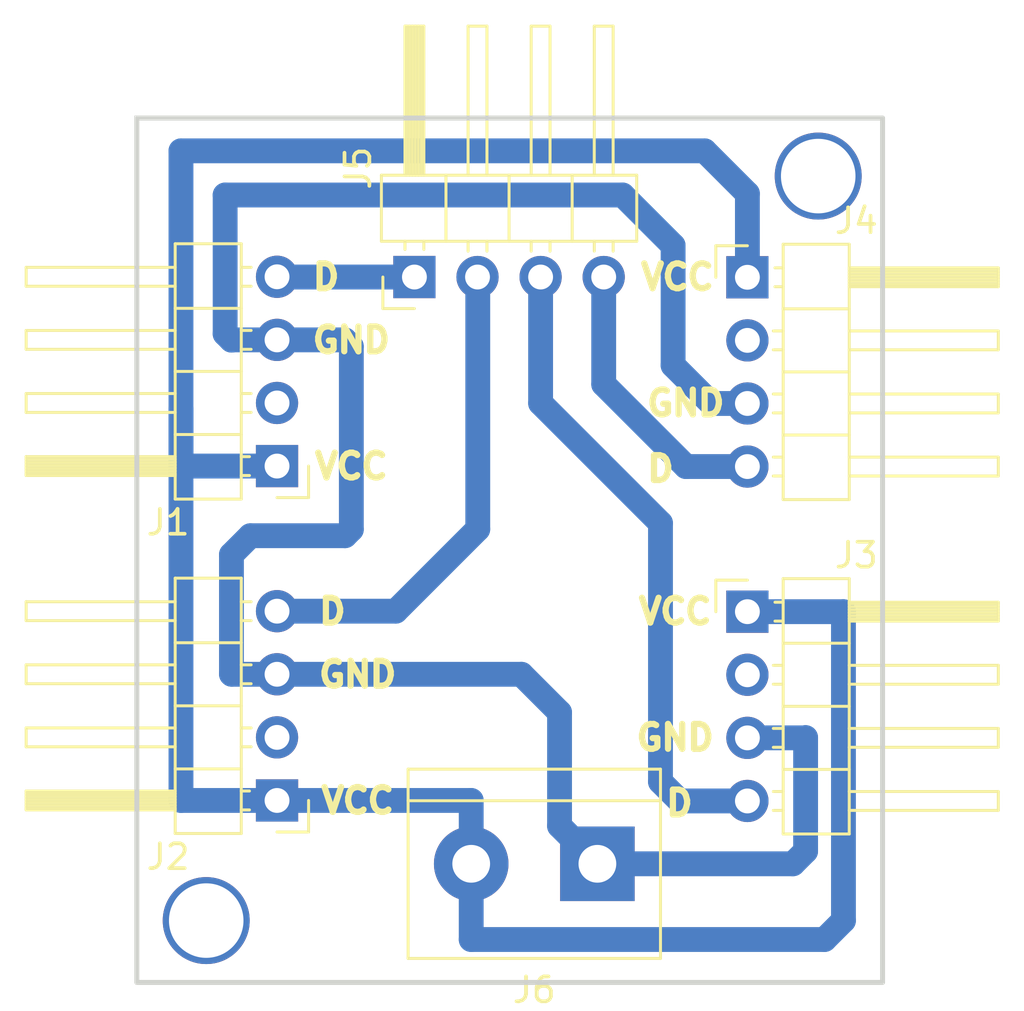
<source format=kicad_pcb>
(kicad_pcb (version 20211014) (generator pcbnew)
  (layers (0 "F.Cu" signal) (31 "B.Cu" signal) (34 "B.Paste" user) (35 "F.Paste" user) (36 "B.SilkS" user "B.Silkscreen") (37 "F.SilkS" user "F.Silkscreen") (38 "B.Mask" user) (39 "F.Mask" user) (44 "Edge.Cuts" user))
  (net 0 "")
  (net 1 "/Vcc")
  (net 3 "GND")
  (net 4 "/DATA1")
  (net 6 "/DATA2")
  (net 8 "/DATA3")
  (net 10 "/DATA4")
  (footprint "Connector_PinHeader_2.54mm:PinHeader_1x04_P2.54mm_Horizontal" (layer "F.Cu") (at 75.889 48.524)
    (fp_text reference "J3" (at 4.385 -2.27) (layer "F.SilkS"))
    (fp_text value "Conn_01x04_Male")
    (fp_line (start 10.1 0.38) (end 4.1 0.38) (layer "F.SilkS") (width 0.12))
    (fp_line (start 1.44 3.81) (end 4.1 3.81) (layer "F.SilkS") (width 0.12))
    (fp_line (start 1.44 8.95) (end 4.1 8.95) (layer "F.SilkS") (width 0.12))
    (fp_line (start 1.44 1.27) (end 4.1 1.27) (layer "F.SilkS") (width 0.12))
    (fp_line (start 4.1 8.95) (end 4.1 -1.33) (layer "F.SilkS") (width 0.12))
    (fp_line (start 4.1 -0.08) (end 10.1 -0.08) (layer "F.SilkS") (width 0.12))
    (fp_line (start 4.1 0.16) (end 10.1 0.16) (layer "F.SilkS") (width 0.12))
    (fp_line (start 4.1 -0.38) (end 10.1 -0.38) (layer "F.SilkS") (width 0.12))
    (fp_line (start 1.44 -1.33) (end 1.44 8.95) (layer "F.SilkS") (width 0.12))
    (fp_line (start 4.1 -0.2) (end 10.1 -0.2) (layer "F.SilkS") (width 0.12))
    (fp_line (start 10.1 4.7) (end 10.1 5.46) (layer "F.SilkS") (width 0.12))
    (fp_line (start 10.1 7.24) (end 10.1 8) (layer "F.SilkS") (width 0.12))
    (fp_line (start -1.27 0) (end -1.27 -1.27) (layer "F.SilkS") (width 0.12))
    (fp_line (start 4.1 -0.32) (end 10.1 -0.32) (layer "F.SilkS") (width 0.12))
    (fp_line (start 10.1 2.16) (end 10.1 2.92) (layer "F.SilkS") (width 0.12))
    (fp_line (start 4.1 0.28) (end 10.1 0.28) (layer "F.SilkS") (width 0.12))
    (fp_line (start 10.1 -0.38) (end 10.1 0.38) (layer "F.SilkS") (width 0.12))
    (fp_line (start 1.042929 8) (end 1.44 8) (layer "F.SilkS") (width 0.12))
    (fp_line (start 1.042929 2.16) (end 1.44 2.16) (layer "F.SilkS") (width 0.12))
    (fp_line (start 4.1 -1.33) (end 1.44 -1.33) (layer "F.SilkS") (width 0.12))
    (fp_line (start 1.042929 5.46) (end 1.44 5.46) (layer "F.SilkS") (width 0.12))
    (fp_line (start 1.042929 4.7) (end 1.44 4.7) (layer "F.SilkS") (width 0.12))
    (fp_line (start 10.1 5.46) (end 4.1 5.46) (layer "F.SilkS") (width 0.12))
    (fp_line (start 1.11 0.38) (end 1.44 0.38) (layer "F.SilkS") (width 0.12))
    (fp_line (start 10.1 8) (end 4.1 8) (layer "F.SilkS") (width 0.12))
    (fp_line (start 4.1 4.7) (end 10.1 4.7) (layer "F.SilkS") (width 0.12))
    (fp_line (start 1.44 6.35) (end 4.1 6.35) (layer "F.SilkS") (width 0.12))
    (fp_line (start 10.1 2.92) (end 4.1 2.92) (layer "F.SilkS") (width 0.12))
    (fp_line (start 1.11 -0.38) (end 1.44 -0.38) (layer "F.SilkS") (width 0.12))
    (fp_line (start 1.042929 7.24) (end 1.44 7.24) (layer "F.SilkS") (width 0.12))
    (fp_line (start 4.1 7.24) (end 10.1 7.24) (layer "F.SilkS") (width 0.12))
    (fp_line (start 1.042929 2.92) (end 1.44 2.92) (layer "F.SilkS") (width 0.12))
    (fp_line (start 4.1 2.16) (end 10.1 2.16) (layer "F.SilkS") (width 0.12))
    (fp_line (start -1.27 -1.27) (end 0 -1.27) (layer "F.SilkS") (width 0.12))
    (fp_line (start 4.1 0.04) (end 10.1 0.04) (layer "F.SilkS") (width 0.12))
    (pad "1" thru_hole rect (at 0 0) (size 1.7 1.7) (drill 1) (layers *.Cu *.Mask) (net 1 "/Vcc"))
    (pad "2" thru_hole oval (at 0 2.54) (size 1.7 1.7) (drill 1) (layers *.Cu *.Mask))
    (pad "3" thru_hole oval (at 0 5.08) (size 1.7 1.7) (drill 1) (layers *.Cu *.Mask) (net 3 "GND"))
    (pad "4" thru_hole oval (at 0 7.62) (size 1.7 1.7) (drill 1) (layers *.Cu *.Mask) (net 8 "/DATA3"))
  )
  (footprint "Connector_PinHeader_2.54mm:PinHeader_1x04_P2.54mm_Horizontal" (layer "F.Cu") (at 62.484 35.052 90)
    (fp_text reference "J5" (at 4.385 -2.27 90) (layer "F.SilkS"))
    (fp_text value "Conn_01x04_Male")
    (fp_line (start 1.042929 2.92) (end 1.44 2.92) (layer "F.SilkS") (width 0.12))
    (fp_line (start 4.1 7.24) (end 10.1 7.24) (layer "F.SilkS") (width 0.12))
    (fp_line (start 4.1 2.16) (end 10.1 2.16) (layer "F.SilkS") (width 0.12))
    (fp_line (start 4.1 -0.32) (end 10.1 -0.32) (layer "F.SilkS") (width 0.12))
    (fp_line (start 4.1 -1.33) (end 1.44 -1.33) (layer "F.SilkS") (width 0.12))
    (fp_line (start 10.1 4.7) (end 10.1 5.46) (layer "F.SilkS") (width 0.12))
    (fp_line (start 1.042929 4.7) (end 1.44 4.7) (layer "F.SilkS") (width 0.12))
    (fp_line (start 10.1 2.16) (end 10.1 2.92) (layer "F.SilkS") (width 0.12))
    (fp_line (start 1.44 8.95) (end 4.1 8.95) (layer "F.SilkS") (width 0.12))
    (fp_line (start 1.11 0.38) (end 1.44 0.38) (layer "F.SilkS") (width 0.12))
    (fp_line (start 10.1 5.46) (end 4.1 5.46) (layer "F.SilkS") (width 0.12))
    (fp_line (start 4.1 -0.08) (end 10.1 -0.08) (layer "F.SilkS") (width 0.12))
    (fp_line (start 4.1 0.16) (end 10.1 0.16) (layer "F.SilkS") (width 0.12))
    (fp_line (start 1.042929 2.16) (end 1.44 2.16) (layer "F.SilkS") (width 0.12))
    (fp_line (start 4.1 0.28) (end 10.1 0.28) (layer "F.SilkS") (width 0.12))
    (fp_line (start 1.44 -1.33) (end 1.44 8.95) (layer "F.SilkS") (width 0.12))
    (fp_line (start 1.042929 7.24) (end 1.44 7.24) (layer "F.SilkS") (width 0.12))
    (fp_line (start 1.11 -0.38) (end 1.44 -0.38) (layer "F.SilkS") (width 0.12))
    (fp_line (start 10.1 0.38) (end 4.1 0.38) (layer "F.SilkS") (width 0.12))
    (fp_line (start 1.44 3.81) (end 4.1 3.81) (layer "F.SilkS") (width 0.12))
    (fp_line (start 10.1 2.92) (end 4.1 2.92) (layer "F.SilkS") (width 0.12))
    (fp_line (start 4.1 4.7) (end 10.1 4.7) (layer "F.SilkS") (width 0.12))
    (fp_line (start 4.1 8.95) (end 4.1 -1.33) (layer "F.SilkS") (width 0.12))
    (fp_line (start 1.042929 8) (end 1.44 8) (layer "F.SilkS") (width 0.12))
    (fp_line (start 1.44 1.27) (end 4.1 1.27) (layer "F.SilkS") (width 0.12))
    (fp_line (start 4.1 -0.38) (end 10.1 -0.38) (layer "F.SilkS") (width 0.12))
    (fp_line (start -1.27 0) (end -1.27 -1.27) (layer "F.SilkS") (width 0.12))
    (fp_line (start -1.27 -1.27) (end 0 -1.27) (layer "F.SilkS") (width 0.12))
    (fp_line (start 10.1 8) (end 4.1 8) (layer "F.SilkS") (width 0.12))
    (fp_line (start 4.1 0.04) (end 10.1 0.04) (layer "F.SilkS") (width 0.12))
    (fp_line (start 10.1 7.24) (end 10.1 8) (layer "F.SilkS") (width 0.12))
    (fp_line (start 10.1 -0.38) (end 10.1 0.38) (layer "F.SilkS") (width 0.12))
    (fp_line (start 1.042929 5.46) (end 1.44 5.46) (layer "F.SilkS") (width 0.12))
    (fp_line (start 4.1 -0.2) (end 10.1 -0.2) (layer "F.SilkS") (width 0.12))
    (fp_line (start 1.44 6.35) (end 4.1 6.35) (layer "F.SilkS") (width 0.12))
    (pad "1" thru_hole rect (at 0 0 90) (size 1.7 1.7) (drill 1) (layers *.Cu *.Mask) (net 4 "/DATA1"))
    (pad "2" thru_hole oval (at 0 2.54 90) (size 1.7 1.7) (drill 1) (layers *.Cu *.Mask) (net 6 "/DATA2"))
    (pad "3" thru_hole oval (at 0 5.08 90) (size 1.7 1.7) (drill 1) (layers *.Cu *.Mask) (net 8 "/DATA3"))
    (pad "4" thru_hole oval (at 0 7.62 90) (size 1.7 1.7) (drill 1) (layers *.Cu *.Mask) (net 10 "/DATA4"))
  )
  (footprint "TerminalBlock:TerminalBlock_bornier-2_P5.08mm" (layer "F.Cu") (at 69.85 58.674 180)
    (fp_text reference "J6" (at 2.54 -5.08) (layer "F.SilkS"))
    (fp_text value "Screw_Terminal_01x02")
    (fp_line (start 7.62 -3.81) (end -2.54 -3.81) (layer "F.SilkS") (width 0.12))
    (fp_line (start 7.62 2.54) (end -2.54 2.54) (layer "F.SilkS") (width 0.12))
    (fp_line (start 7.62 3.81) (end 7.62 -3.81) (layer "F.SilkS") (width 0.12))
    (fp_line (start -2.54 3.81) (end 7.62 3.81) (layer "F.SilkS") (width 0.12))
    (fp_line (start -2.54 -3.81) (end -2.54 3.81) (layer "F.SilkS") (width 0.12))
    (pad "1" thru_hole rect (at 0 0 180) (size 3 3) (drill 1.52) (layers *.Cu *.Mask) (net 3 "GND"))
    (pad "2" thru_hole circle (at 5.08 0 180) (size 3 3) (drill 1.52) (layers *.Cu *.Mask) (net 1 "/Vcc"))
  )
  (footprint "Connector_PinHeader_2.54mm:PinHeader_1x04_P2.54mm_Horizontal" (layer "F.Cu") (at 56.953 42.662 180)
    (fp_text reference "J1" (at 4.385 -2.27) (layer "F.SilkS"))
    (fp_text value "Conn_01x04_Male")
    (fp_line (start 4.1 4.7) (end 10.1 4.7) (layer "F.SilkS") (width 0.12))
    (fp_line (start 1.11 -0.38) (end 1.44 -0.38) (layer "F.SilkS") (width 0.12))
    (fp_line (start 4.1 0.16) (end 10.1 0.16) (layer "F.SilkS") (width 0.12))
    (fp_line (start 10.1 2.16) (end 10.1 2.92) (layer "F.SilkS") (width 0.12))
    (fp_line (start 10.1 8) (end 4.1 8) (layer "F.SilkS") (width 0.12))
    (fp_line (start 4.1 -0.32) (end 10.1 -0.32) (layer "F.SilkS") (width 0.12))
    (fp_line (start 1.042929 8) (end 1.44 8) (layer "F.SilkS") (width 0.12))
    (fp_line (start 1.44 -1.33) (end 1.44 8.95) (layer "F.SilkS") (width 0.12))
    (fp_line (start 1.44 1.27) (end 4.1 1.27) (layer "F.SilkS") (width 0.12))
    (fp_line (start 4.1 -0.2) (end 10.1 -0.2) (layer "F.SilkS") (width 0.12))
    (fp_line (start 1.44 3.81) (end 4.1 3.81) (layer "F.SilkS") (width 0.12))
    (fp_line (start -1.27 -1.27) (end 0 -1.27) (layer "F.SilkS") (width 0.12))
    (fp_line (start 4.1 7.24) (end 10.1 7.24) (layer "F.SilkS") (width 0.12))
    (fp_line (start 4.1 2.16) (end 10.1 2.16) (layer "F.SilkS") (width 0.12))
    (fp_line (start 1.042929 2.16) (end 1.44 2.16) (layer "F.SilkS") (width 0.12))
    (fp_line (start 4.1 -0.08) (end 10.1 -0.08) (layer "F.SilkS") (width 0.12))
    (fp_line (start 1.042929 5.46) (end 1.44 5.46) (layer "F.SilkS") (width 0.12))
    (fp_line (start 1.042929 4.7) (end 1.44 4.7) (layer "F.SilkS") (width 0.12))
    (fp_line (start 4.1 0.04) (end 10.1 0.04) (layer "F.SilkS") (width 0.12))
    (fp_line (start 1.11 0.38) (end 1.44 0.38) (layer "F.SilkS") (width 0.12))
    (fp_line (start 1.042929 2.92) (end 1.44 2.92) (layer "F.SilkS") (width 0.12))
    (fp_line (start 4.1 0.28) (end 10.1 0.28) (layer "F.SilkS") (width 0.12))
    (fp_line (start 10.1 2.92) (end 4.1 2.92) (layer "F.SilkS") (width 0.12))
    (fp_line (start 1.042929 7.24) (end 1.44 7.24) (layer "F.SilkS") (width 0.12))
    (fp_line (start 10.1 -0.38) (end 10.1 0.38) (layer "F.SilkS") (width 0.12))
    (fp_line (start 4.1 -1.33) (end 1.44 -1.33) (layer "F.SilkS") (width 0.12))
    (fp_line (start 4.1 8.95) (end 4.1 -1.33) (layer "F.SilkS") (width 0.12))
    (fp_line (start 10.1 4.7) (end 10.1 5.46) (layer "F.SilkS") (width 0.12))
    (fp_line (start 10.1 7.24) (end 10.1 8) (layer "F.SilkS") (width 0.12))
    (fp_line (start 1.44 8.95) (end 4.1 8.95) (layer "F.SilkS") (width 0.12))
    (fp_line (start 4.1 -0.38) (end 10.1 -0.38) (layer "F.SilkS") (width 0.12))
    (fp_line (start 1.44 6.35) (end 4.1 6.35) (layer "F.SilkS") (width 0.12))
    (fp_line (start 10.1 5.46) (end 4.1 5.46) (layer "F.SilkS") (width 0.12))
    (fp_line (start 10.1 0.38) (end 4.1 0.38) (layer "F.SilkS") (width 0.12))
    (fp_line (start -1.27 0) (end -1.27 -1.27) (layer "F.SilkS") (width 0.12))
    (pad "1" thru_hole rect (at 0 0 180) (size 1.7 1.7) (drill 1) (layers *.Cu *.Mask) (net 1 "/Vcc"))
    (pad "2" thru_hole oval (at 0 2.54 180) (size 1.7 1.7) (drill 1) (layers *.Cu *.Mask))
    (pad "3" thru_hole oval (at 0 5.08 180) (size 1.7 1.7) (drill 1) (layers *.Cu *.Mask) (net 3 "GND"))
    (pad "4" thru_hole oval (at 0 7.62 180) (size 1.7 1.7) (drill 1) (layers *.Cu *.Mask) (net 4 "/DATA1"))
  )
  (footprint "Connector_PinHeader_2.54mm:PinHeader_1x04_P2.54mm_Horizontal" (layer "F.Cu") (at 56.953 56.124 180)
    (fp_text reference "J2" (at 4.385 -2.27) (layer "F.SilkS"))
    (fp_text value "Conn_01x04_Male")
    (fp_line (start 10.1 0.38) (end 4.1 0.38) (layer "F.SilkS") (width 0.12))
    (fp_line (start -1.27 0) (end -1.27 -1.27) (layer "F.SilkS") (width 0.12))
    (fp_line (start 4.1 4.7) (end 10.1 4.7) (layer "F.SilkS") (width 0.12))
    (fp_line (start 10.1 7.24) (end 10.1 8) (layer "F.SilkS") (width 0.12))
    (fp_line (start 1.042929 2.92) (end 1.44 2.92) (layer "F.SilkS") (width 0.12))
    (fp_line (start 1.44 8.95) (end 4.1 8.95) (layer "F.SilkS") (width 0.12))
    (fp_line (start 10.1 4.7) (end 10.1 5.46) (layer "F.SilkS") (width 0.12))
    (fp_line (start 1.44 -1.33) (end 1.44 8.95) (layer "F.SilkS") (width 0.12))
    (fp_line (start 4.1 -0.38) (end 10.1 -0.38) (layer "F.SilkS") (width 0.12))
    (fp_line (start 10.1 2.16) (end 10.1 2.92) (layer "F.SilkS") (width 0.12))
    (fp_line (start 4.1 8.95) (end 4.1 -1.33) (layer "F.SilkS") (width 0.12))
    (fp_line (start 4.1 0.16) (end 10.1 0.16) (layer "F.SilkS") (width 0.12))
    (fp_line (start 10.1 8) (end 4.1 8) (layer "F.SilkS") (width 0.12))
    (fp_line (start 10.1 2.92) (end 4.1 2.92) (layer "F.SilkS") (width 0.12))
    (fp_line (start 1.042929 5.46) (end 1.44 5.46) (layer "F.SilkS") (width 0.12))
    (fp_line (start -1.27 -1.27) (end 0 -1.27) (layer "F.SilkS") (width 0.12))
    (fp_line (start 1.44 3.81) (end 4.1 3.81) (layer "F.SilkS") (width 0.12))
    (fp_line (start 1.042929 4.7) (end 1.44 4.7) (layer "F.SilkS") (width 0.12))
    (fp_line (start 1.11 0.38) (end 1.44 0.38) (layer "F.SilkS") (width 0.12))
    (fp_line (start 1.44 1.27) (end 4.1 1.27) (layer "F.SilkS") (width 0.12))
    (fp_line (start 10.1 -0.38) (end 10.1 0.38) (layer "F.SilkS") (width 0.12))
    (fp_line (start 1.11 -0.38) (end 1.44 -0.38) (layer "F.SilkS") (width 0.12))
    (fp_line (start 4.1 7.24) (end 10.1 7.24) (layer "F.SilkS") (width 0.12))
    (fp_line (start 4.1 -0.32) (end 10.1 -0.32) (layer "F.SilkS") (width 0.12))
    (fp_line (start 4.1 0.28) (end 10.1 0.28) (layer "F.SilkS") (width 0.12))
    (fp_line (start 1.042929 2.16) (end 1.44 2.16) (layer "F.SilkS") (width 0.12))
    (fp_line (start 4.1 0.04) (end 10.1 0.04) (layer "F.SilkS") (width 0.12))
    (fp_line (start 4.1 2.16) (end 10.1 2.16) (layer "F.SilkS") (width 0.12))
    (fp_line (start 4.1 -1.33) (end 1.44 -1.33) (layer "F.SilkS") (width 0.12))
    (fp_line (start 4.1 -0.08) (end 10.1 -0.08) (layer "F.SilkS") (width 0.12))
    (fp_line (start 1.042929 8) (end 1.44 8) (layer "F.SilkS") (width 0.12))
    (fp_line (start 4.1 -0.2) (end 10.1 -0.2) (layer "F.SilkS") (width 0.12))
    (fp_line (start 1.44 6.35) (end 4.1 6.35) (layer "F.SilkS") (width 0.12))
    (fp_line (start 10.1 5.46) (end 4.1 5.46) (layer "F.SilkS") (width 0.12))
    (fp_line (start 1.042929 7.24) (end 1.44 7.24) (layer "F.SilkS") (width 0.12))
    (pad "1" thru_hole rect (at 0 0 180) (size 1.7 1.7) (drill 1) (layers *.Cu *.Mask) (net 1 "/Vcc"))
    (pad "2" thru_hole oval (at 0 2.54 180) (size 1.7 1.7) (drill 1) (layers *.Cu *.Mask))
    (pad "3" thru_hole oval (at 0 5.08 180) (size 1.7 1.7) (drill 1) (layers *.Cu *.Mask) (net 3 "GND"))
    (pad "4" thru_hole oval (at 0 7.62 180) (size 1.7 1.7) (drill 1) (layers *.Cu *.Mask) (net 6 "/DATA2"))
  )
  (footprint "Connector_PinHeader_2.54mm:PinHeader_1x04_P2.54mm_Horizontal" (layer "F.Cu") (at 75.889 35.062)
    (fp_text reference "J4" (at 4.385 -2.27) (layer "F.SilkS"))
    (fp_text value "Conn_01x04_Male")
    (fp_line (start -1.27 -1.27) (end 0 -1.27) (layer "F.SilkS") (width 0.12))
    (fp_line (start -1.27 0) (end -1.27 -1.27) (layer "F.SilkS") (width 0.12))
    (fp_line (start 1.44 6.35) (end 4.1 6.35) (layer "F.SilkS") (width 0.12))
    (fp_line (start 1.11 -0.38) (end 1.44 -0.38) (layer "F.SilkS") (width 0.12))
    (fp_line (start 4.1 4.7) (end 10.1 4.7) (layer "F.SilkS") (width 0.12))
    (fp_line (start 1.042929 4.7) (end 1.44 4.7) (layer "F.SilkS") (width 0.12))
    (fp_line (start 10.1 5.46) (end 4.1 5.46) (layer "F.SilkS") (width 0.12))
    (fp_line (start 4.1 -0.38) (end 10.1 -0.38) (layer "F.SilkS") (width 0.12))
    (fp_line (start 1.44 8.95) (end 4.1 8.95) (layer "F.SilkS") (width 0.12))
    (fp_line (start 4.1 -0.08) (end 10.1 -0.08) (layer "F.SilkS") (width 0.12))
    (fp_line (start 10.1 2.92) (end 4.1 2.92) (layer "F.SilkS") (width 0.12))
    (fp_line (start 1.042929 2.92) (end 1.44 2.92) (layer "F.SilkS") (width 0.12))
    (fp_line (start 4.1 0.04) (end 10.1 0.04) (layer "F.SilkS") (width 0.12))
    (fp_line (start 4.1 -0.32) (end 10.1 -0.32) (layer "F.SilkS") (width 0.12))
    (fp_line (start 4.1 -0.2) (end 10.1 -0.2) (layer "F.SilkS") (width 0.12))
    (fp_line (start 1.042929 5.46) (end 1.44 5.46) (layer "F.SilkS") (width 0.12))
    (fp_line (start 10.1 4.7) (end 10.1 5.46) (layer "F.SilkS") (width 0.12))
    (fp_line (start 1.44 1.27) (end 4.1 1.27) (layer "F.SilkS") (width 0.12))
    (fp_line (start 4.1 2.16) (end 10.1 2.16) (layer "F.SilkS") (width 0.12))
    (fp_line (start 1.042929 7.24) (end 1.44 7.24) (layer "F.SilkS") (width 0.12))
    (fp_line (start 1.042929 8) (end 1.44 8) (layer "F.SilkS") (width 0.12))
    (fp_line (start 4.1 0.16) (end 10.1 0.16) (layer "F.SilkS") (width 0.12))
    (fp_line (start 1.44 -1.33) (end 1.44 8.95) (layer "F.SilkS") (width 0.12))
    (fp_line (start 1.44 3.81) (end 4.1 3.81) (layer "F.SilkS") (width 0.12))
    (fp_line (start 1.11 0.38) (end 1.44 0.38) (layer "F.SilkS") (width 0.12))
    (fp_line (start 4.1 -1.33) (end 1.44 -1.33) (layer "F.SilkS") (width 0.12))
    (fp_line (start 10.1 0.38) (end 4.1 0.38) (layer "F.SilkS") (width 0.12))
    (fp_line (start 1.042929 2.16) (end 1.44 2.16) (layer "F.SilkS") (width 0.12))
    (fp_line (start 4.1 8.95) (end 4.1 -1.33) (layer "F.SilkS") (width 0.12))
    (fp_line (start 4.1 0.28) (end 10.1 0.28) (layer "F.SilkS") (width 0.12))
    (fp_line (start 4.1 7.24) (end 10.1 7.24) (layer "F.SilkS") (width 0.12))
    (fp_line (start 10.1 8) (end 4.1 8) (layer "F.SilkS") (width 0.12))
    (fp_line (start 10.1 2.16) (end 10.1 2.92) (layer "F.SilkS") (width 0.12))
    (fp_line (start 10.1 7.24) (end 10.1 8) (layer "F.SilkS") (width 0.12))
    (fp_line (start 10.1 -0.38) (end 10.1 0.38) (layer "F.SilkS") (width 0.12))
    (pad "1" thru_hole rect (at 0 0) (size 1.7 1.7) (drill 1) (layers *.Cu *.Mask) (net 1 "/Vcc"))
    (pad "2" thru_hole oval (at 0 2.54) (size 1.7 1.7) (drill 1) (layers *.Cu *.Mask))
    (pad "3" thru_hole oval (at 0 5.08) (size 1.7 1.7) (drill 1) (layers *.Cu *.Mask) (net 3 "GND"))
    (pad "4" thru_hole oval (at 0 7.62) (size 1.7 1.7) (drill 1) (layers *.Cu *.Mask) (net 10 "/DATA4"))
  )
  (gr_rect (start 51.308 28.6512) (end 81.3308 63.4492) (layer "Edge.Cuts") (width 0.2) (fill none))
  (gr_text "D\n" (at 72.39 42.672 180) (layer "F.SilkS") (effects (font (size 1 1) (thickness 0.25)) (justify mirror)))
  (gr_text "VCC\n" (at 59.944 42.672) (layer "F.SilkS") (effects (font (size 1 1) (thickness 0.25))))
  (gr_text "VCC\n" (at 72.979 48.514) (layer "F.SilkS") (effects (font (size 1 1) (thickness 0.25))))
  (gr_text "GND\n" (at 60.198 51.054) (layer "F.SilkS") (effects (font (size 1 1) (thickness 0.25))))
  (gr_text "GND\n" (at 73.406 40.132) (layer "F.SilkS") (effects (font (size 1 1) (thickness 0.25))))
  (gr_text "GND\n" (at 59.944 37.592) (layer "F.SilkS") (effects (font (size 1 1) (thickness 0.25))))
  (gr_text "D\n" (at 58.928 35.052) (layer "F.SilkS") (effects (font (size 1 1) (thickness 0.25))))
  (gr_text "VCC\n" (at 60.198 56.134) (layer "F.SilkS") (effects (font (size 1 1) (thickness 0.25))))
  (gr_text "VCC\n" (at 73.071 35.052) (layer "F.SilkS") (effects (font (size 1 1) (thickness 0.25))))
  (gr_text "D\n" (at 73.152 56.134 180) (layer "F.SilkS") (effects (font (size 1 1) (thickness 0.25)) (justify mirror)))
  (gr_text "D\n" (at 59.182 48.514) (layer "F.SilkS") (effects (font (size 1 1) (thickness 0.25))))
  (gr_text "GND\n" (at 72.979 53.594) (layer "F.SilkS") (effects (font (size 1 1) (thickness 0.25))))
  (via (at 78.74 30.988) (size 3.5) (drill 3) (layers "F.Cu" "B.Cu") (net 0))
  (via (at 54.102 60.96) (size 3.5) (drill 3) (layers "F.Cu" "B.Cu") (net 0))
  (segment (start 53.086 29.972) (end 74.168 29.972) (width 1) (layer "B.Cu") (net 1))
  (segment (start 56.953 56.124) (end 64.77 56.124) (width 1) (layer "B.Cu") (net 1))
  (segment (start 53.086 56.124) (end 53.086 40.386) (width 1) (layer "B.Cu") (net 1))
  (segment (start 79.756 60.96) (end 79.756 48.524) (width 1) (layer "B.Cu") (net 1))
  (segment (start 64.77 61.722) (end 78.994 61.722) (width 1) (layer "B.Cu") (net 1))
  (segment (start 56.953 42.662) (end 53.086 42.662) (width 1) (layer "B.Cu") (net 1))
  (segment (start 56.953 56.124) (end 53.086 56.124) (width 1) (layer "B.Cu") (net 1))
  (segment (start 74.168 29.972) (end 75.889 31.693) (width 1) (layer "B.Cu") (net 1))
  (segment (start 64.77 56.124) (end 64.77 58.674) (width 1) (layer "B.Cu") (net 1))
  (segment (start 79.756 48.524) (end 76.143 48.524) (width 1) (layer "B.Cu") (net 1))
  (segment (start 78.994 61.722) (end 79.756 60.96) (width 1) (layer "B.Cu") (net 1))
  (segment (start 53.086 42.662) (end 53.086 40.386) (width 1) (layer "B.Cu") (net 1))
  (segment (start 53.086 40.386) (end 53.086 29.972) (width 1) (layer "B.Cu") (net 1))
  (segment (start 75.889 31.693) (end 75.889 35.062) (width 1) (layer "B.Cu") (net 1))
  (segment (start 64.77 58.674) (end 64.77 61.722) (width 1) (layer "B.Cu") (net 1))
  (segment (start 54.864 31.75) (end 54.864 37.338) (width 1) (layer "B.Cu") (net 3))
  (segment (start 55.128 51.044) (end 56.953 51.044) (width 1) (layer "B.Cu") (net 3))
  (segment (start 59.944 37.846) (end 59.944 45.212) (width 1) (layer "B.Cu") (net 3))
  (segment (start 59.69 45.466) (end 55.88 45.466) (width 1) (layer "B.Cu") (net 3))
  (segment (start 69.85 58.674) (end 68.326 57.15) (width 1) (layer "B.Cu") (net 3))
  (segment (start 69.85 58.674) (end 77.724 58.674) (width 1) (layer "B.Cu") (net 3))
  (segment (start 55.118 37.592) (end 55.128 37.582) (width 1) (layer "B.Cu") (net 3))
  (segment (start 70.866 31.75) (end 54.864 31.75) (width 1) (layer "B.Cu") (net 3))
  (segment (start 66.792 51.044) (end 56.953 51.044) (width 1) (layer "B.Cu") (net 3))
  (segment (start 74.432 40.142) (end 72.898 38.608) (width 1) (layer "B.Cu") (net 3))
  (segment (start 54.864 37.338) (end 55.118 37.592) (width 1) (layer "B.Cu") (net 3))
  (segment (start 68.326 52.578) (end 66.792 51.044) (width 1) (layer "B.Cu") (net 3))
  (segment (start 78.232 58.166) (end 78.232 53.594) (width 1) (layer "B.Cu") (net 3))
  (segment (start 55.88 45.466) (end 55.118 46.228) (width 1) (layer "B.Cu") (net 3))
  (segment (start 68.326 57.15) (end 68.326 52.578) (width 1) (layer "B.Cu") (net 3))
  (segment (start 59.944 45.212) (end 59.69 45.466) (width 1) (layer "B.Cu") (net 3))
  (segment (start 77.724 58.674) (end 78.232 58.166) (width 1) (layer "B.Cu") (net 3))
  (segment (start 59.68 37.582) (end 59.944 37.846) (width 1) (layer "B.Cu") (net 3))
  (segment (start 55.128 37.582) (end 56.953 37.582) (width 1) (layer "B.Cu") (net 3))
  (segment (start 55.118 51.034) (end 55.128 51.044) (width 1) (layer "B.Cu") (net 3))
  (segment (start 75.889 40.142) (end 74.432 40.142) (width 1) (layer "B.Cu") (net 3))
  (segment (start 72.898 33.782) (end 70.866 31.75) (width 1) (layer "B.Cu") (net 3))
  (segment (start 78.232 53.594) (end 78.222 53.604) (width 1) (layer "B.Cu") (net 3))
  (segment (start 78.222 53.604) (end 76.143 53.604) (width 1) (layer "B.Cu") (net 3))
  (segment (start 56.953 37.582) (end 59.68 37.582) (width 1) (layer "B.Cu") (net 3))
  (segment (start 55.118 46.228) (end 55.118 51.034) (width 1) (layer "B.Cu") (net 3))
  (segment (start 72.898 38.608) (end 72.898 33.782) (width 1) (layer "B.Cu") (net 3))
  (segment (start 56.953 35.042) (end 56.963 35.052) (width 1) (layer "B.Cu") (net 4))
  (segment (start 62.417 35.052) (end 62.427 35.042) (width 1) (layer "B.Cu") (net 4))
  (segment (start 56.963 35.052) (end 62.417 35.052) (width 1) (layer "B.Cu") (net 4))
  (segment (start 61.732 48.504) (end 56.953 48.504) (width 1) (layer "B.Cu") (net 6))
  (segment (start 65.034 35.062) (end 65.034 45.202) (width 1) (layer "B.Cu") (net 6))
  (segment (start 65.034 45.202) (end 61.732 48.504) (width 1) (layer "B.Cu") (net 6))
  (segment (start 65.024 35.052) (end 65.034 35.062) (width 1) (layer "B.Cu") (net 6))
  (segment (start 72.39 44.958) (end 67.564 40.132) (width 1) (layer "B.Cu") (net 8))
  (segment (start 73.162 56.144) (end 72.39 55.372) (width 1) (layer "B.Cu") (net 8))
  (segment (start 72.39 55.372) (end 72.39 44.958) (width 1) (layer "B.Cu") (net 8))
  (segment (start 67.564 40.132) (end 67.564 35.052) (width 1) (layer "B.Cu") (net 8))
  (segment (start 76.143 56.144) (end 73.162 56.144) (width 1) (layer "B.Cu") (net 8))
  (segment (start 73.416 42.682) (end 70.104 39.37) (width 1) (layer "B.Cu") (net 10))
  (segment (start 70.104 39.37) (end 70.104 35.052) (width 1) (layer "B.Cu") (net 10))
  (segment (start 75.889 42.682) (end 73.416 42.682) (width 1) (layer "B.Cu") (net 10))
)
</source>
